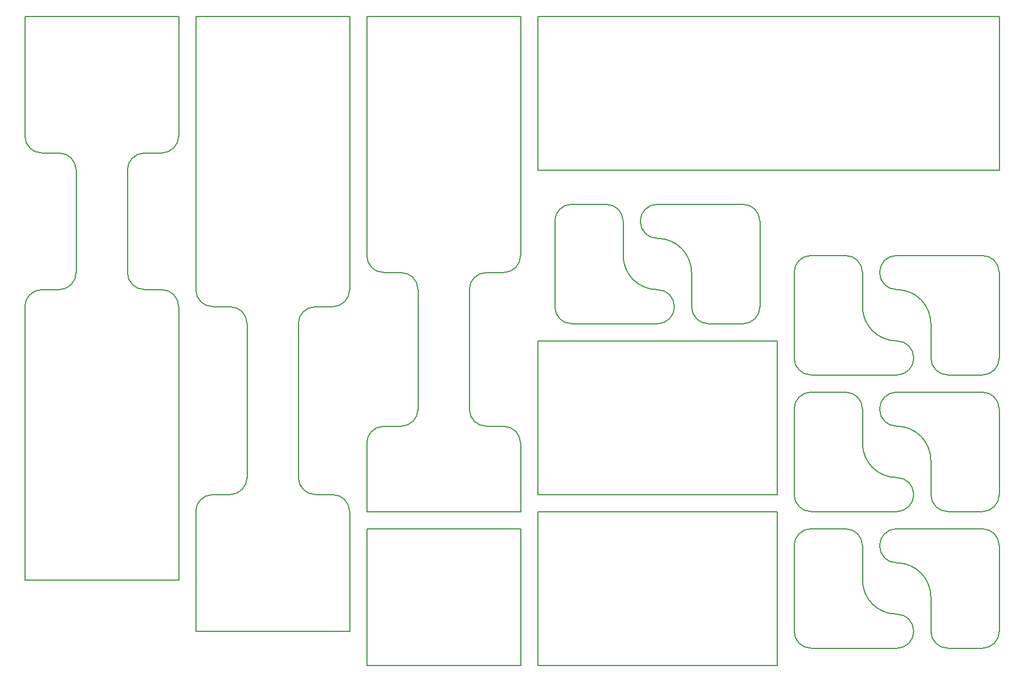
<source format=gbr>
G04 DesignSpark PCB Gerber Version 12.0 Build 5941*
G04 #@! TF.Part,Single*
%FSLAX35Y35*%
%MOIN*%
%ADD17C,0.00500*%
G04 #@! TD.AperFunction*
X0Y0D02*
D02*
D17*
X90250Y50250D02*
X250D01*
Y210250D01*
G75*
G02*
X10250Y220250I10000J0D01*
G01*
X20250D01*
G75*
G03*
X30250Y230250I0J10000D01*
G01*
Y290250D01*
G75*
G03*
X20250Y300250I-10000J0D01*
G01*
X10250D01*
G75*
G02*
X250Y310250I0J10000D01*
G01*
Y380250D01*
X90250D01*
Y310250D01*
G75*
G02*
X80250Y300250I-10000J0D01*
G01*
X70250D01*
G75*
G03*
X60250Y290250I0J-10000D01*
G01*
Y230250D01*
G75*
G03*
X70250Y220250I10000J0D01*
G01*
X80250D01*
G75*
G02*
X90250Y210250I0J-10000D01*
G01*
Y50250D01*
X100250Y380250D02*
X190250D01*
Y220250D01*
G75*
G02*
X180250Y210250I-10000J0D01*
G01*
X170250D01*
G75*
G03*
X160250Y200250I0J-10000D01*
G01*
Y110250D01*
G75*
G03*
X170250Y100250I10000J0D01*
G01*
X180250D01*
G75*
G02*
X190250Y90250I0J-10000D01*
G01*
Y20250D01*
X100250D01*
Y90250D01*
G75*
G02*
X110250Y100250I10000J0D01*
G01*
X120250D01*
G75*
G03*
X130250Y110250I0J10000D01*
G01*
Y200250D01*
G75*
G03*
X120250Y210250I-10000J0D01*
G01*
X110250D01*
G75*
G02*
X100250Y220250I0J10000D01*
G01*
Y380250D01*
X200250Y80250D02*
X290250D01*
Y250D01*
X200250D01*
Y80250D01*
X290250Y90250D02*
Y130250D01*
G75*
G03*
X280250Y140250I-10000J0D01*
G01*
X270250D01*
G75*
G02*
X260250Y150250I0J10000D01*
G01*
Y220250D01*
G75*
G02*
X270250Y230250I10000J0D01*
G01*
X280250D01*
G75*
G03*
X290250Y240250I0J10000D01*
G01*
Y380250D01*
X200250D01*
Y240250D01*
G75*
G03*
X210250Y230250I10000J0D01*
G01*
X220250D01*
G75*
G02*
X230250Y220250I0J-10000D01*
G01*
Y150250D01*
G75*
G02*
X220250Y140250I-10000J0D01*
G01*
X210250D01*
G75*
G03*
X200250Y130250I0J-10000D01*
G01*
Y90250D01*
X290250D01*
X300250Y250D02*
Y90250D01*
X440250D01*
Y250D01*
X300250D01*
X340250Y270250D02*
X320250D01*
G75*
G03*
X310250Y260250I0J-10000D01*
G01*
Y210250D01*
G75*
G03*
X320250Y200250I10000J0D01*
G01*
X370250D01*
G75*
G03*
X380250Y210250I0J10000D01*
G01*
G75*
G03*
X370250Y220250I-10000J0D01*
G01*
G75*
G02*
X350250Y240250I0J20000D01*
G01*
Y260250D01*
G75*
G03*
X340250Y270250I-10000J0D01*
G01*
X400250Y200250D02*
X420250D01*
G75*
G03*
X430250Y210250I0J10000D01*
G01*
Y260250D01*
G75*
G03*
X420250Y270250I-10000J0D01*
G01*
X370250D01*
G75*
G03*
X360250Y260250I0J-10000D01*
G01*
G75*
G03*
X370250Y250250I10000J0D01*
G01*
G75*
G02*
X390250Y230250I0J-20000D01*
G01*
Y210250D01*
G75*
G03*
X400250Y200250I10000J0D01*
G01*
X440250Y190250D02*
X300250D01*
Y100250D01*
X440250D01*
Y190250D01*
X480250Y80250D02*
X460250D01*
G75*
G03*
X450250Y70250I0J-10000D01*
G01*
Y20250D01*
G75*
G03*
X460250Y10250I10000J0D01*
G01*
X510250D01*
G75*
G03*
X520250Y20250I0J10000D01*
G01*
G75*
G03*
X510250Y30250I-10000J0D01*
G01*
G75*
G02*
X490250Y50250I0J20000D01*
G01*
Y70250D01*
G75*
G03*
X480250Y80250I-10000J0D01*
G01*
Y160250D02*
X460250D01*
G75*
G03*
X450250Y150250I0J-10000D01*
G01*
Y100250D01*
G75*
G03*
X460250Y90250I10000J0D01*
G01*
X510250D01*
G75*
G03*
X520250Y100250I0J10000D01*
G01*
G75*
G03*
X510250Y110250I-10000J0D01*
G01*
G75*
G02*
X490250Y130250I0J20000D01*
G01*
Y150250D01*
G75*
G03*
X480250Y160250I-10000J0D01*
G01*
Y240250D02*
X460250D01*
G75*
G03*
X450250Y230250I0J-10000D01*
G01*
Y180250D01*
G75*
G03*
X460250Y170250I10000J0D01*
G01*
X510250D01*
G75*
G03*
X520250Y180250I0J10000D01*
G01*
G75*
G03*
X510250Y190250I-10000J0D01*
G01*
G75*
G02*
X490250Y210250I0J20000D01*
G01*
Y230250D01*
G75*
G03*
X480250Y240250I-10000J0D01*
G01*
X540250Y10250D02*
X560250D01*
G75*
G03*
X570250Y20250I0J10000D01*
G01*
Y70250D01*
G75*
G03*
X560250Y80250I-10000J0D01*
G01*
X510250D01*
G75*
G03*
X500250Y70250I0J-10000D01*
G01*
G75*
G03*
X510250Y60250I10000J0D01*
G01*
G75*
G02*
X530250Y40250I0J-20000D01*
G01*
Y20250D01*
G75*
G03*
X540250Y10250I10000J0D01*
G01*
Y90250D02*
X560250D01*
G75*
G03*
X570250Y100250I0J10000D01*
G01*
Y150250D01*
G75*
G03*
X560250Y160250I-10000J0D01*
G01*
X510250D01*
G75*
G03*
X500250Y150250I0J-10000D01*
G01*
G75*
G03*
X510250Y140250I10000J0D01*
G01*
G75*
G02*
X530250Y120250I0J-20000D01*
G01*
Y100250D01*
G75*
G03*
X540250Y90250I10000J0D01*
G01*
Y170250D02*
X560250D01*
G75*
G03*
X570250Y180250I0J10000D01*
G01*
Y230250D01*
G75*
G03*
X560250Y240250I-10000J0D01*
G01*
X510250D01*
G75*
G03*
X500250Y230250I0J-10000D01*
G01*
G75*
G03*
X510250Y220250I10000J0D01*
G01*
G75*
G02*
X530250Y200250I0J-20000D01*
G01*
Y180250D01*
G75*
G03*
X540250Y170250I10000J0D01*
G01*
X570250Y380250D02*
X300250D01*
Y290250D01*
X570250D01*
Y380250D01*
X0Y0D02*
M02*

</source>
